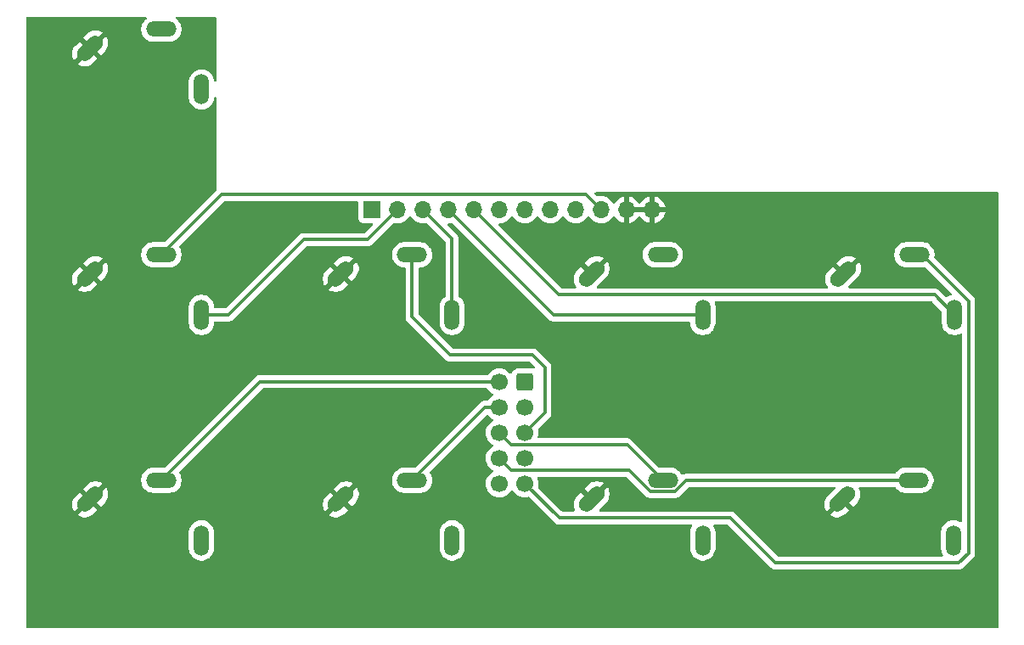
<source format=gbl>
G04 #@! TF.GenerationSoftware,KiCad,Pcbnew,8.0.3*
G04 #@! TF.CreationDate,2024-09-16T17:57:27+02:00*
G04 #@! TF.ProjectId,DMH_VCO_40106_PCB_Connectors,444d485f-5643-44f5-9f34-303130365f50,1*
G04 #@! TF.SameCoordinates,Original*
G04 #@! TF.FileFunction,Copper,L2,Bot*
G04 #@! TF.FilePolarity,Positive*
%FSLAX46Y46*%
G04 Gerber Fmt 4.6, Leading zero omitted, Abs format (unit mm)*
G04 Created by KiCad (PCBNEW 8.0.3) date 2024-09-16 17:57:27*
%MOMM*%
%LPD*%
G01*
G04 APERTURE LIST*
G04 Aperture macros list*
%AMRoundRect*
0 Rectangle with rounded corners*
0 $1 Rounding radius*
0 $2 $3 $4 $5 $6 $7 $8 $9 X,Y pos of 4 corners*
0 Add a 4 corners polygon primitive as box body*
4,1,4,$2,$3,$4,$5,$6,$7,$8,$9,$2,$3,0*
0 Add four circle primitives for the rounded corners*
1,1,$1+$1,$2,$3*
1,1,$1+$1,$4,$5*
1,1,$1+$1,$6,$7*
1,1,$1+$1,$8,$9*
0 Add four rect primitives between the rounded corners*
20,1,$1+$1,$2,$3,$4,$5,0*
20,1,$1+$1,$4,$5,$6,$7,0*
20,1,$1+$1,$6,$7,$8,$9,0*
20,1,$1+$1,$8,$9,$2,$3,0*%
%AMHorizOval*
0 Thick line with rounded ends*
0 $1 width*
0 $2 $3 position (X,Y) of the first rounded end (center of the circle)*
0 $4 $5 position (X,Y) of the second rounded end (center of the circle)*
0 Add line between two ends*
20,1,$1,$2,$3,$4,$5,0*
0 Add two circle primitives to create the rounded ends*
1,1,$1,$2,$3*
1,1,$1,$4,$5*%
G04 Aperture macros list end*
G04 #@! TA.AperFunction,ComponentPad*
%ADD10HorizOval,1.508000X-0.533159X-0.533159X0.533159X0.533159X0*%
G04 #@! TD*
G04 #@! TA.AperFunction,ComponentPad*
%ADD11O,1.508000X3.016000*%
G04 #@! TD*
G04 #@! TA.AperFunction,ComponentPad*
%ADD12O,3.016000X1.508000*%
G04 #@! TD*
G04 #@! TA.AperFunction,ComponentPad*
%ADD13R,1.700000X1.700000*%
G04 #@! TD*
G04 #@! TA.AperFunction,ComponentPad*
%ADD14O,1.700000X1.700000*%
G04 #@! TD*
G04 #@! TA.AperFunction,ComponentPad*
%ADD15RoundRect,0.250000X0.600000X0.600000X-0.600000X0.600000X-0.600000X-0.600000X0.600000X-0.600000X0*%
G04 #@! TD*
G04 #@! TA.AperFunction,ComponentPad*
%ADD16C,1.700000*%
G04 #@! TD*
G04 #@! TA.AperFunction,Conductor*
%ADD17C,0.300000*%
G04 #@! TD*
G04 APERTURE END LIST*
D10*
X132903810Y-224153810D03*
D11*
X144000000Y-228250000D03*
D12*
X140000000Y-222250000D03*
D10*
X82903810Y-224153810D03*
D11*
X94000000Y-228250000D03*
D12*
X90000000Y-222250000D03*
D10*
X57903810Y-179153810D03*
D11*
X69000000Y-183250000D03*
D12*
X65000000Y-177250000D03*
D10*
X57903810Y-201653810D03*
D11*
X69000000Y-205750000D03*
D12*
X65000000Y-199750000D03*
D10*
X133000000Y-201653810D03*
D11*
X144096190Y-205750000D03*
D12*
X140096190Y-199750000D03*
D10*
X82903810Y-201653810D03*
D11*
X94000000Y-205750000D03*
D12*
X90000000Y-199750000D03*
D10*
X107903810Y-224153810D03*
D11*
X119000000Y-228250000D03*
D12*
X115000000Y-222250000D03*
D10*
X107903810Y-201653810D03*
D11*
X119000000Y-205750000D03*
D12*
X115000000Y-199750000D03*
D10*
X57903810Y-224153810D03*
D11*
X69000000Y-228250000D03*
D12*
X65000000Y-222250000D03*
D13*
X86010000Y-195250000D03*
D14*
X88550000Y-195250000D03*
X91090000Y-195250000D03*
X93630000Y-195250000D03*
X96170000Y-195250000D03*
X98710000Y-195250000D03*
X101250000Y-195250000D03*
X103790000Y-195250000D03*
X106330000Y-195250000D03*
X108870000Y-195250000D03*
X111410000Y-195250000D03*
X113950000Y-195250000D03*
D15*
X101252500Y-212420000D03*
D16*
X101252500Y-214960000D03*
X101252500Y-217500000D03*
X101252500Y-220040000D03*
X101252500Y-222580000D03*
X98712500Y-212420000D03*
X98712500Y-214960000D03*
X98712500Y-217500000D03*
X98712500Y-220040000D03*
X98712500Y-222580000D03*
D17*
X71000000Y-193750000D02*
X107370000Y-193750000D01*
X65000000Y-199750000D02*
X71000000Y-193750000D01*
X107370000Y-193750000D02*
X108870000Y-195250000D01*
X90000000Y-199750000D02*
X90000000Y-205940408D01*
X90000000Y-205940408D02*
X93809592Y-209750000D01*
X93809592Y-209750000D02*
X102000000Y-209750000D01*
X103250000Y-215502500D02*
X101252500Y-217500000D01*
X103250000Y-211000000D02*
X103250000Y-215502500D01*
X102000000Y-209750000D02*
X103250000Y-211000000D01*
X145500000Y-204399810D02*
X145500000Y-229500000D01*
X126250000Y-230500000D02*
X121750000Y-226000000D01*
X140850190Y-199750000D02*
X145500000Y-204399810D01*
X144500000Y-230500000D02*
X126250000Y-230500000D01*
X104672500Y-226000000D02*
X101252500Y-222580000D01*
X145500000Y-229500000D02*
X144500000Y-230500000D01*
X121750000Y-226000000D02*
X104672500Y-226000000D01*
X140096190Y-199750000D02*
X140850190Y-199750000D01*
X74830000Y-212420000D02*
X98712500Y-212420000D01*
X65000000Y-222250000D02*
X74830000Y-212420000D01*
X97290000Y-214960000D02*
X90000000Y-222250000D01*
X98712500Y-214960000D02*
X97290000Y-214960000D01*
X99912500Y-218700000D02*
X98712500Y-217500000D01*
X111450000Y-218700000D02*
X99912500Y-218700000D01*
X115000000Y-222250000D02*
X111450000Y-218700000D01*
X113788708Y-223354000D02*
X111674708Y-221240000D01*
X116211292Y-223354000D02*
X113788708Y-223354000D01*
X111674708Y-221240000D02*
X99912500Y-221240000D01*
X99912500Y-221240000D02*
X98712500Y-220040000D01*
X140000000Y-222250000D02*
X117315292Y-222250000D01*
X117315292Y-222250000D02*
X116211292Y-223354000D01*
X91090000Y-195250000D02*
X94000000Y-198160000D01*
X94000000Y-198160000D02*
X94000000Y-205750000D01*
X104130000Y-205750000D02*
X93630000Y-195250000D01*
X119000000Y-205750000D02*
X104130000Y-205750000D01*
X144096190Y-205750000D02*
X142096190Y-203750000D01*
X104670000Y-203750000D02*
X96170000Y-195250000D01*
X142096190Y-203750000D02*
X104670000Y-203750000D01*
X88550000Y-195250000D02*
X85550000Y-198250000D01*
X71690000Y-205750000D02*
X69000000Y-205750000D01*
X85550000Y-198250000D02*
X79190000Y-198250000D01*
X79190000Y-198250000D02*
X71690000Y-205750000D01*
G04 #@! TA.AperFunction,Conductor*
G36*
X63516913Y-176020185D02*
G01*
X63562668Y-176072989D01*
X63572612Y-176142147D01*
X63543587Y-176205703D01*
X63522761Y-176224816D01*
X63486182Y-176251392D01*
X63428747Y-176293121D01*
X63289115Y-176432753D01*
X63173058Y-176592495D01*
X63083408Y-176768441D01*
X63022389Y-176956236D01*
X62991500Y-177151263D01*
X62991500Y-177348736D01*
X63022389Y-177543763D01*
X63061508Y-177664156D01*
X63083409Y-177731561D01*
X63173056Y-177907501D01*
X63173058Y-177907504D01*
X63289115Y-178067246D01*
X63428753Y-178206884D01*
X63578234Y-178315486D01*
X63588499Y-178322944D01*
X63764439Y-178412591D01*
X63860719Y-178443874D01*
X63952236Y-178473610D01*
X64147264Y-178504500D01*
X64147269Y-178504500D01*
X65852736Y-178504500D01*
X66047763Y-178473610D01*
X66235561Y-178412591D01*
X66411501Y-178322944D01*
X66501192Y-178257779D01*
X66571246Y-178206884D01*
X66571248Y-178206881D01*
X66571252Y-178206879D01*
X66710879Y-178067252D01*
X66710881Y-178067248D01*
X66710884Y-178067246D01*
X66761779Y-177997192D01*
X66826944Y-177907501D01*
X66916591Y-177731561D01*
X66977610Y-177543763D01*
X66991111Y-177458520D01*
X67008500Y-177348736D01*
X67008500Y-177151263D01*
X66977610Y-176956236D01*
X66957270Y-176893637D01*
X66916591Y-176768439D01*
X66826944Y-176592499D01*
X66819486Y-176582234D01*
X66710884Y-176432753D01*
X66571252Y-176293121D01*
X66477240Y-176224817D01*
X66434575Y-176169489D01*
X66428596Y-176099876D01*
X66461201Y-176038080D01*
X66522040Y-176003723D01*
X66550126Y-176000500D01*
X70375500Y-176000500D01*
X70442539Y-176020185D01*
X70488294Y-176072989D01*
X70499500Y-176124500D01*
X70499500Y-182368565D01*
X70479815Y-182435604D01*
X70427011Y-182481359D01*
X70357853Y-182491303D01*
X70294297Y-182462278D01*
X70256523Y-182403500D01*
X70253027Y-182387963D01*
X70223610Y-182202236D01*
X70203270Y-182139637D01*
X70162591Y-182014439D01*
X70072944Y-181838499D01*
X70065486Y-181828234D01*
X69956884Y-181678753D01*
X69817246Y-181539115D01*
X69657504Y-181423058D01*
X69657503Y-181423057D01*
X69657501Y-181423056D01*
X69481561Y-181333409D01*
X69481558Y-181333408D01*
X69293763Y-181272389D01*
X69098736Y-181241500D01*
X69098731Y-181241500D01*
X68901269Y-181241500D01*
X68901264Y-181241500D01*
X68706236Y-181272389D01*
X68518441Y-181333408D01*
X68342495Y-181423058D01*
X68182753Y-181539115D01*
X68043115Y-181678753D01*
X67927058Y-181838495D01*
X67837408Y-182014441D01*
X67776389Y-182202236D01*
X67745500Y-182397263D01*
X67745500Y-184102736D01*
X67776389Y-184297763D01*
X67837408Y-184485558D01*
X67837409Y-184485561D01*
X67927056Y-184661501D01*
X67927058Y-184661504D01*
X68043115Y-184821246D01*
X68182753Y-184960884D01*
X68332234Y-185069486D01*
X68342499Y-185076944D01*
X68518439Y-185166591D01*
X68643637Y-185207270D01*
X68706236Y-185227610D01*
X68901264Y-185258500D01*
X68901269Y-185258500D01*
X69098736Y-185258500D01*
X69293763Y-185227610D01*
X69481561Y-185166591D01*
X69657501Y-185076944D01*
X69747192Y-185011779D01*
X69817246Y-184960884D01*
X69817248Y-184960881D01*
X69817252Y-184960879D01*
X69956879Y-184821252D01*
X69956881Y-184821248D01*
X69956884Y-184821246D01*
X70007779Y-184751192D01*
X70072944Y-184661501D01*
X70162591Y-184485561D01*
X70223610Y-184297763D01*
X70253027Y-184112036D01*
X70282956Y-184048901D01*
X70342268Y-184011970D01*
X70412131Y-184012968D01*
X70470363Y-184051578D01*
X70498477Y-184115542D01*
X70499500Y-184131434D01*
X70499500Y-193065891D01*
X70535712Y-193201037D01*
X70533433Y-193201647D01*
X70539614Y-193259120D01*
X70508340Y-193321600D01*
X70505265Y-193324787D01*
X65370873Y-198459181D01*
X65309550Y-198492666D01*
X65283192Y-198495500D01*
X64147264Y-198495500D01*
X63952236Y-198526389D01*
X63764441Y-198587408D01*
X63588495Y-198677058D01*
X63428753Y-198793115D01*
X63289115Y-198932753D01*
X63173058Y-199092495D01*
X63083408Y-199268441D01*
X63022389Y-199456236D01*
X62991500Y-199651263D01*
X62991500Y-199848736D01*
X63022389Y-200043763D01*
X63061508Y-200164156D01*
X63083409Y-200231561D01*
X63173056Y-200407501D01*
X63173058Y-200407504D01*
X63289115Y-200567246D01*
X63428753Y-200706884D01*
X63578234Y-200815486D01*
X63588499Y-200822944D01*
X63764439Y-200912591D01*
X63860719Y-200943874D01*
X63952236Y-200973610D01*
X64147264Y-201004500D01*
X64147269Y-201004500D01*
X65852736Y-201004500D01*
X66047763Y-200973610D01*
X66055239Y-200971181D01*
X66235561Y-200912591D01*
X66411501Y-200822944D01*
X66501192Y-200757779D01*
X66571246Y-200706884D01*
X66571248Y-200706881D01*
X66571252Y-200706879D01*
X66710879Y-200567252D01*
X66710881Y-200567248D01*
X66710884Y-200567246D01*
X66761779Y-200497192D01*
X66826944Y-200407501D01*
X66916591Y-200231561D01*
X66977610Y-200043763D01*
X66991111Y-199958520D01*
X67008500Y-199848736D01*
X67008500Y-199651263D01*
X66977610Y-199456236D01*
X66957270Y-199393637D01*
X66916591Y-199268439D01*
X66826944Y-199092499D01*
X66784203Y-199033670D01*
X66760723Y-198967864D01*
X66776549Y-198899810D01*
X66796836Y-198873108D01*
X71233127Y-194436819D01*
X71294450Y-194403334D01*
X71320808Y-194400500D01*
X84535500Y-194400500D01*
X84602539Y-194420185D01*
X84648294Y-194472989D01*
X84659500Y-194524500D01*
X84659500Y-196147870D01*
X84659501Y-196147876D01*
X84665908Y-196207483D01*
X84716202Y-196342328D01*
X84716206Y-196342335D01*
X84802452Y-196457544D01*
X84802455Y-196457547D01*
X84917664Y-196543793D01*
X84917671Y-196543797D01*
X85052517Y-196594091D01*
X85052516Y-196594091D01*
X85059444Y-196594835D01*
X85112127Y-196600500D01*
X85980191Y-196600499D01*
X86047230Y-196620183D01*
X86092985Y-196672987D01*
X86102929Y-196742146D01*
X86073904Y-196805702D01*
X86067872Y-196812180D01*
X85316873Y-197563181D01*
X85255550Y-197596666D01*
X85229192Y-197599500D01*
X79125929Y-197599500D01*
X79000261Y-197624497D01*
X79000255Y-197624499D01*
X78927287Y-197654724D01*
X78881877Y-197673533D01*
X78881869Y-197673537D01*
X78775326Y-197744726D01*
X78775325Y-197744727D01*
X71456873Y-205063181D01*
X71395550Y-205096666D01*
X71369192Y-205099500D01*
X70378500Y-205099500D01*
X70311461Y-205079815D01*
X70265706Y-205027011D01*
X70254500Y-204975500D01*
X70254500Y-204897263D01*
X70223610Y-204702236D01*
X70178310Y-204562818D01*
X70162591Y-204514439D01*
X70072944Y-204338499D01*
X70064200Y-204326464D01*
X69956884Y-204178753D01*
X69817246Y-204039115D01*
X69657504Y-203923058D01*
X69657503Y-203923057D01*
X69657501Y-203923056D01*
X69481561Y-203833409D01*
X69481558Y-203833408D01*
X69293763Y-203772389D01*
X69098736Y-203741500D01*
X69098731Y-203741500D01*
X68901269Y-203741500D01*
X68901264Y-203741500D01*
X68706236Y-203772389D01*
X68518441Y-203833408D01*
X68342495Y-203923058D01*
X68182753Y-204039115D01*
X68043115Y-204178753D01*
X67927058Y-204338495D01*
X67837408Y-204514441D01*
X67776389Y-204702236D01*
X67745500Y-204897263D01*
X67745500Y-206602736D01*
X67776389Y-206797763D01*
X67837408Y-206985558D01*
X67837409Y-206985561D01*
X67927056Y-207161501D01*
X67927058Y-207161504D01*
X68043115Y-207321246D01*
X68182753Y-207460884D01*
X68332234Y-207569486D01*
X68342499Y-207576944D01*
X68518439Y-207666591D01*
X68643637Y-207707270D01*
X68706236Y-207727610D01*
X68901264Y-207758500D01*
X68901269Y-207758500D01*
X69098736Y-207758500D01*
X69293763Y-207727610D01*
X69481561Y-207666591D01*
X69657501Y-207576944D01*
X69753310Y-207507335D01*
X69817246Y-207460884D01*
X69817248Y-207460881D01*
X69817252Y-207460879D01*
X69956879Y-207321252D01*
X69956881Y-207321248D01*
X69956884Y-207321246D01*
X70007779Y-207251192D01*
X70072944Y-207161501D01*
X70162591Y-206985561D01*
X70223610Y-206797763D01*
X70254500Y-206602736D01*
X70254500Y-206524500D01*
X70274185Y-206457461D01*
X70326989Y-206411706D01*
X70378500Y-206400500D01*
X71754071Y-206400500D01*
X71838615Y-206383682D01*
X71879744Y-206375501D01*
X71998127Y-206326465D01*
X72104669Y-206255277D01*
X76271669Y-202088277D01*
X81116651Y-202088277D01*
X81116651Y-202285660D01*
X81147529Y-202480616D01*
X81208521Y-202668335D01*
X81208522Y-202668338D01*
X81298134Y-202844210D01*
X81324106Y-202879958D01*
X81324107Y-202879958D01*
X81890517Y-202313548D01*
X81907555Y-202377132D01*
X81973381Y-202491147D01*
X82066473Y-202584239D01*
X82180488Y-202650065D01*
X82244069Y-202667101D01*
X81677660Y-203233510D01*
X81677660Y-203233511D01*
X81713415Y-203259488D01*
X81889281Y-203349097D01*
X81889284Y-203349098D01*
X82077003Y-203410090D01*
X82271960Y-203440969D01*
X82469342Y-203440969D01*
X82664298Y-203410090D01*
X82852017Y-203349098D01*
X82852020Y-203349097D01*
X83027890Y-203259486D01*
X83187578Y-203143464D01*
X83187579Y-203143464D01*
X83613745Y-202717298D01*
X83613745Y-202717297D01*
X83080586Y-202184139D01*
X83434139Y-201830586D01*
X83967298Y-202363745D01*
X84393463Y-201937579D01*
X84393463Y-201937578D01*
X84509485Y-201777889D01*
X84509489Y-201777883D01*
X84599097Y-201602021D01*
X84599099Y-201602015D01*
X84660090Y-201414300D01*
X84690969Y-201219343D01*
X84690969Y-201021959D01*
X84660090Y-200827003D01*
X84599098Y-200639284D01*
X84599097Y-200639281D01*
X84509489Y-200463419D01*
X84509481Y-200463406D01*
X84483511Y-200427661D01*
X84483510Y-200427660D01*
X83917102Y-200994068D01*
X83900066Y-200930488D01*
X83834240Y-200816472D01*
X83741148Y-200723380D01*
X83627132Y-200657554D01*
X83563549Y-200640517D01*
X84129958Y-200074108D01*
X84094208Y-200048134D01*
X83918338Y-199958522D01*
X83918335Y-199958521D01*
X83730616Y-199897529D01*
X83535660Y-199866651D01*
X83338277Y-199866651D01*
X83143319Y-199897529D01*
X82955604Y-199958520D01*
X82955598Y-199958522D01*
X82779736Y-200048130D01*
X82779730Y-200048134D01*
X82620041Y-200164156D01*
X82620039Y-200164157D01*
X82193875Y-200590320D01*
X82193875Y-200590321D01*
X82727033Y-201123479D01*
X82373480Y-201477033D01*
X81840321Y-200943874D01*
X81840320Y-200943874D01*
X81414156Y-201370039D01*
X81414155Y-201370041D01*
X81298133Y-201529729D01*
X81208522Y-201705599D01*
X81208521Y-201705602D01*
X81147529Y-201893321D01*
X81116651Y-202088277D01*
X76271669Y-202088277D01*
X79423127Y-198936819D01*
X79484450Y-198903334D01*
X79510808Y-198900500D01*
X85614071Y-198900500D01*
X85698615Y-198883682D01*
X85739744Y-198875501D01*
X85858127Y-198826465D01*
X85882022Y-198810499D01*
X85964669Y-198755277D01*
X88122238Y-196597706D01*
X88183559Y-196564223D01*
X88242006Y-196565613D01*
X88314592Y-196585063D01*
X88491034Y-196600500D01*
X88549999Y-196605659D01*
X88550000Y-196605659D01*
X88550001Y-196605659D01*
X88608966Y-196600500D01*
X88785408Y-196585063D01*
X89013663Y-196523903D01*
X89227830Y-196424035D01*
X89421401Y-196288495D01*
X89588495Y-196121401D01*
X89718425Y-195935842D01*
X89773002Y-195892217D01*
X89842500Y-195885023D01*
X89904855Y-195916546D01*
X89921575Y-195935842D01*
X90051281Y-196121082D01*
X90051505Y-196121401D01*
X90218599Y-196288495D01*
X90315384Y-196356265D01*
X90412165Y-196424032D01*
X90412167Y-196424033D01*
X90412170Y-196424035D01*
X90626337Y-196523903D01*
X90854592Y-196585063D01*
X91031034Y-196600500D01*
X91089999Y-196605659D01*
X91090000Y-196605659D01*
X91090001Y-196605659D01*
X91148966Y-196600500D01*
X91325408Y-196585063D01*
X91397989Y-196565615D01*
X91467839Y-196567278D01*
X91517763Y-196597709D01*
X93313181Y-198393127D01*
X93346666Y-198454450D01*
X93349500Y-198480808D01*
X93349500Y-203854788D01*
X93329815Y-203921827D01*
X93298386Y-203955105D01*
X93283671Y-203965797D01*
X93182747Y-204039121D01*
X93043115Y-204178753D01*
X92927058Y-204338495D01*
X92837408Y-204514441D01*
X92776389Y-204702236D01*
X92745500Y-204897263D01*
X92745500Y-206602736D01*
X92776389Y-206797763D01*
X92837408Y-206985558D01*
X92837409Y-206985561D01*
X92927056Y-207161501D01*
X92927058Y-207161504D01*
X93043115Y-207321246D01*
X93182753Y-207460884D01*
X93332234Y-207569486D01*
X93342499Y-207576944D01*
X93518439Y-207666591D01*
X93643637Y-207707270D01*
X93706236Y-207727610D01*
X93901264Y-207758500D01*
X93901269Y-207758500D01*
X94098736Y-207758500D01*
X94293763Y-207727610D01*
X94481561Y-207666591D01*
X94657501Y-207576944D01*
X94753310Y-207507335D01*
X94817246Y-207460884D01*
X94817248Y-207460881D01*
X94817252Y-207460879D01*
X94956879Y-207321252D01*
X94956881Y-207321248D01*
X94956884Y-207321246D01*
X95007779Y-207251192D01*
X95072944Y-207161501D01*
X95162591Y-206985561D01*
X95223610Y-206797763D01*
X95254500Y-206602736D01*
X95254500Y-204897263D01*
X95223610Y-204702236D01*
X95178310Y-204562818D01*
X95162591Y-204514439D01*
X95072944Y-204338499D01*
X95064200Y-204326464D01*
X94956884Y-204178753D01*
X94817252Y-204039121D01*
X94742958Y-203985144D01*
X94701614Y-203955105D01*
X94658949Y-203899777D01*
X94650500Y-203854788D01*
X94650500Y-198095928D01*
X94625502Y-197970261D01*
X94625501Y-197970260D01*
X94625501Y-197970256D01*
X94576465Y-197851873D01*
X94565413Y-197835333D01*
X94565412Y-197835330D01*
X94505277Y-197745331D01*
X94505271Y-197745324D01*
X93574908Y-196814962D01*
X93541423Y-196753639D01*
X93546407Y-196683948D01*
X93588279Y-196628014D01*
X93651781Y-196603753D01*
X93865408Y-196585063D01*
X93937989Y-196565615D01*
X94007839Y-196567278D01*
X94057763Y-196597709D01*
X103715324Y-206255271D01*
X103715331Y-206255277D01*
X103821871Y-206326464D01*
X103821870Y-206326464D01*
X103856544Y-206340826D01*
X103940256Y-206375501D01*
X103940260Y-206375501D01*
X103940261Y-206375502D01*
X104065928Y-206400500D01*
X104065931Y-206400500D01*
X117621500Y-206400500D01*
X117688539Y-206420185D01*
X117734294Y-206472989D01*
X117745500Y-206524500D01*
X117745500Y-206602736D01*
X117776389Y-206797763D01*
X117837408Y-206985558D01*
X117837409Y-206985561D01*
X117927056Y-207161501D01*
X117927058Y-207161504D01*
X118043115Y-207321246D01*
X118182753Y-207460884D01*
X118332234Y-207569486D01*
X118342499Y-207576944D01*
X118518439Y-207666591D01*
X118643637Y-207707270D01*
X118706236Y-207727610D01*
X118901264Y-207758500D01*
X118901269Y-207758500D01*
X119098736Y-207758500D01*
X119293763Y-207727610D01*
X119481561Y-207666591D01*
X119657501Y-207576944D01*
X119753310Y-207507335D01*
X119817246Y-207460884D01*
X119817248Y-207460881D01*
X119817252Y-207460879D01*
X119956879Y-207321252D01*
X119956881Y-207321248D01*
X119956884Y-207321246D01*
X120007779Y-207251192D01*
X120072944Y-207161501D01*
X120162591Y-206985561D01*
X120223610Y-206797763D01*
X120254500Y-206602736D01*
X120254500Y-204897263D01*
X120223610Y-204702236D01*
X120178310Y-204562818D01*
X120176315Y-204492977D01*
X120212395Y-204433144D01*
X120275096Y-204402316D01*
X120296241Y-204400500D01*
X141775382Y-204400500D01*
X141842421Y-204420185D01*
X141863063Y-204436819D01*
X142805371Y-205379126D01*
X142838856Y-205440449D01*
X142841690Y-205466807D01*
X142841690Y-206602736D01*
X142872579Y-206797763D01*
X142933598Y-206985558D01*
X142933599Y-206985561D01*
X143023246Y-207161501D01*
X143023248Y-207161504D01*
X143139305Y-207321246D01*
X143278943Y-207460884D01*
X143428424Y-207569486D01*
X143438689Y-207576944D01*
X143614629Y-207666591D01*
X143739827Y-207707270D01*
X143802426Y-207727610D01*
X143997454Y-207758500D01*
X143997459Y-207758500D01*
X144194926Y-207758500D01*
X144389953Y-207727610D01*
X144577751Y-207666591D01*
X144669206Y-207619991D01*
X144737873Y-207607095D01*
X144802614Y-207633371D01*
X144842871Y-207690477D01*
X144849500Y-207730476D01*
X144849500Y-226319294D01*
X144829815Y-226386333D01*
X144777011Y-226432088D01*
X144707853Y-226442032D01*
X144660721Y-226425028D01*
X144657509Y-226423060D01*
X144585429Y-226386333D01*
X144481561Y-226333409D01*
X144481558Y-226333408D01*
X144293763Y-226272389D01*
X144098736Y-226241500D01*
X144098731Y-226241500D01*
X143901269Y-226241500D01*
X143901264Y-226241500D01*
X143706236Y-226272389D01*
X143518441Y-226333408D01*
X143342495Y-226423058D01*
X143182753Y-226539115D01*
X143043115Y-226678753D01*
X142927058Y-226838495D01*
X142837408Y-227014441D01*
X142776389Y-227202236D01*
X142745500Y-227397263D01*
X142745500Y-229102736D01*
X142776389Y-229297763D01*
X142821283Y-229435931D01*
X142837409Y-229485561D01*
X142927056Y-229661501D01*
X142929268Y-229665842D01*
X142928116Y-229666428D01*
X142944816Y-229728152D01*
X142923702Y-229794755D01*
X142869931Y-229839370D01*
X142820844Y-229849500D01*
X126570808Y-229849500D01*
X126503769Y-229829815D01*
X126483127Y-229813181D01*
X122164674Y-225494727D01*
X122164673Y-225494726D01*
X122164669Y-225494723D01*
X122058127Y-225423535D01*
X121939744Y-225374499D01*
X121939738Y-225374497D01*
X121814071Y-225349500D01*
X121814069Y-225349500D01*
X108780906Y-225349500D01*
X108713867Y-225329815D01*
X108668112Y-225277011D01*
X108658168Y-225207853D01*
X108687193Y-225144297D01*
X108693225Y-225137819D01*
X109393463Y-224437579D01*
X109393463Y-224437578D01*
X109509485Y-224277889D01*
X109509489Y-224277883D01*
X109599097Y-224102021D01*
X109599099Y-224102015D01*
X109660090Y-223914300D01*
X109690969Y-223719343D01*
X109690969Y-223521959D01*
X109660090Y-223327003D01*
X109599098Y-223139284D01*
X109599097Y-223139281D01*
X109509489Y-222963419D01*
X109509481Y-222963406D01*
X109483511Y-222927661D01*
X109483510Y-222927660D01*
X108917102Y-223494068D01*
X108900066Y-223430488D01*
X108834240Y-223316472D01*
X108741148Y-223223380D01*
X108627132Y-223157554D01*
X108563549Y-223140517D01*
X109129958Y-222574108D01*
X109094208Y-222548134D01*
X108918338Y-222458522D01*
X108918335Y-222458521D01*
X108730616Y-222397529D01*
X108535660Y-222366651D01*
X108338277Y-222366651D01*
X108143319Y-222397529D01*
X107955604Y-222458520D01*
X107955598Y-222458522D01*
X107779736Y-222548130D01*
X107779730Y-222548134D01*
X107620041Y-222664156D01*
X107620039Y-222664157D01*
X107193875Y-223090320D01*
X107193875Y-223090321D01*
X107727033Y-223623479D01*
X107373480Y-223977033D01*
X106840321Y-223443874D01*
X106840320Y-223443874D01*
X106414156Y-223870039D01*
X106414155Y-223870041D01*
X106298133Y-224029729D01*
X106208522Y-224205599D01*
X106208521Y-224205602D01*
X106147529Y-224393321D01*
X106116651Y-224588277D01*
X106116651Y-224785660D01*
X106147529Y-224980616D01*
X106208521Y-225168335D01*
X106208525Y-225168344D01*
X106208961Y-225169199D01*
X106209028Y-225169559D01*
X106210388Y-225172841D01*
X106209698Y-225173126D01*
X106221862Y-225237867D01*
X106195589Y-225302609D01*
X106138485Y-225342869D01*
X106098480Y-225349500D01*
X104993308Y-225349500D01*
X104926269Y-225329815D01*
X104905627Y-225313181D01*
X102600209Y-223007763D01*
X102566724Y-222946440D01*
X102568115Y-222887989D01*
X102569045Y-222884517D01*
X102587563Y-222815408D01*
X102608159Y-222580000D01*
X102587563Y-222344592D01*
X102526403Y-222116337D01*
X102503351Y-222066904D01*
X102492860Y-221997828D01*
X102521379Y-221934044D01*
X102579856Y-221895804D01*
X102615734Y-221890500D01*
X111353900Y-221890500D01*
X111420939Y-221910185D01*
X111441581Y-221926819D01*
X113374032Y-223859271D01*
X113374035Y-223859274D01*
X113457531Y-223915064D01*
X113457530Y-223915064D01*
X113474837Y-223926627D01*
X113480581Y-223930465D01*
X113598964Y-223979501D01*
X113598968Y-223979501D01*
X113598969Y-223979502D01*
X113724636Y-224004500D01*
X113724639Y-224004500D01*
X116275363Y-224004500D01*
X116359907Y-223987682D01*
X116401036Y-223979501D01*
X116519419Y-223930465D01*
X116542470Y-223915063D01*
X116625961Y-223859277D01*
X117548419Y-222936819D01*
X117609742Y-222903334D01*
X117636100Y-222900500D01*
X132084335Y-222900500D01*
X132151374Y-222920185D01*
X132197129Y-222972989D01*
X132207073Y-223042147D01*
X132178048Y-223105703D01*
X132172016Y-223112181D01*
X131414155Y-223870040D01*
X131414155Y-223870041D01*
X131298133Y-224029729D01*
X131208522Y-224205599D01*
X131208521Y-224205602D01*
X131147529Y-224393321D01*
X131116651Y-224588277D01*
X131116651Y-224785660D01*
X131147529Y-224980616D01*
X131208521Y-225168335D01*
X131208522Y-225168338D01*
X131298134Y-225344210D01*
X131324106Y-225379958D01*
X131324107Y-225379958D01*
X131890517Y-224813547D01*
X131907555Y-224877132D01*
X131973381Y-224991147D01*
X132066473Y-225084239D01*
X132180488Y-225150065D01*
X132244069Y-225167101D01*
X131677660Y-225733511D01*
X131713415Y-225759488D01*
X131889281Y-225849097D01*
X131889284Y-225849098D01*
X132077003Y-225910090D01*
X132271960Y-225940969D01*
X132469342Y-225940969D01*
X132664298Y-225910090D01*
X132852017Y-225849098D01*
X132852020Y-225849097D01*
X133027890Y-225759486D01*
X133187578Y-225643464D01*
X133187579Y-225643464D01*
X133613745Y-225217298D01*
X133613745Y-225217297D01*
X133080586Y-224684139D01*
X133434139Y-224330586D01*
X133967298Y-224863745D01*
X134393463Y-224437579D01*
X134393463Y-224437578D01*
X134509485Y-224277889D01*
X134509489Y-224277883D01*
X134599097Y-224102021D01*
X134599099Y-224102015D01*
X134660090Y-223914300D01*
X134690969Y-223719343D01*
X134690969Y-223521959D01*
X134660090Y-223327003D01*
X134599098Y-223139284D01*
X134599095Y-223139276D01*
X134569297Y-223080796D01*
X134556400Y-223012126D01*
X134582676Y-222947386D01*
X134639782Y-222907128D01*
X134679781Y-222900500D01*
X138104788Y-222900500D01*
X138171827Y-222920185D01*
X138205105Y-222951613D01*
X138278063Y-223052032D01*
X138289121Y-223067252D01*
X138428753Y-223206884D01*
X138578234Y-223315486D01*
X138588499Y-223322944D01*
X138764439Y-223412591D01*
X138883888Y-223451402D01*
X138952236Y-223473610D01*
X139147264Y-223504500D01*
X139147269Y-223504500D01*
X140852736Y-223504500D01*
X141047763Y-223473610D01*
X141235561Y-223412591D01*
X141411501Y-223322944D01*
X141516655Y-223246546D01*
X141571246Y-223206884D01*
X141571248Y-223206881D01*
X141571252Y-223206879D01*
X141710879Y-223067252D01*
X141710881Y-223067248D01*
X141710884Y-223067246D01*
X141761779Y-222997192D01*
X141826944Y-222907501D01*
X141916591Y-222731561D01*
X141977610Y-222543763D01*
X141991111Y-222458520D01*
X142008500Y-222348736D01*
X142008500Y-222151263D01*
X141977610Y-221956236D01*
X141956251Y-221890500D01*
X141916591Y-221768439D01*
X141826944Y-221592499D01*
X141762733Y-221504119D01*
X141710884Y-221432753D01*
X141571246Y-221293115D01*
X141411504Y-221177058D01*
X141411503Y-221177057D01*
X141411501Y-221177056D01*
X141235561Y-221087409D01*
X141208136Y-221078498D01*
X141047763Y-221026389D01*
X140852736Y-220995500D01*
X140852731Y-220995500D01*
X139147269Y-220995500D01*
X139147264Y-220995500D01*
X138952236Y-221026389D01*
X138764441Y-221087408D01*
X138588495Y-221177058D01*
X138428753Y-221293115D01*
X138289121Y-221432747D01*
X138278046Y-221447991D01*
X138205105Y-221548385D01*
X138149777Y-221591051D01*
X138104788Y-221599500D01*
X117251221Y-221599500D01*
X117125553Y-221624497D01*
X117125547Y-221624499D01*
X117001538Y-221675866D01*
X117000806Y-221674099D01*
X116941084Y-221686528D01*
X116875843Y-221661522D01*
X116840561Y-221619224D01*
X116826944Y-221592499D01*
X116762733Y-221504119D01*
X116710884Y-221432753D01*
X116571246Y-221293115D01*
X116411504Y-221177058D01*
X116411503Y-221177057D01*
X116411501Y-221177056D01*
X116235561Y-221087409D01*
X116208136Y-221078498D01*
X116047763Y-221026389D01*
X115852736Y-220995500D01*
X115852731Y-220995500D01*
X114716807Y-220995500D01*
X114649768Y-220975815D01*
X114629126Y-220959181D01*
X111864674Y-218194727D01*
X111864673Y-218194726D01*
X111839386Y-218177830D01*
X111758127Y-218123535D01*
X111639744Y-218074499D01*
X111639738Y-218074497D01*
X111514071Y-218049500D01*
X111514069Y-218049500D01*
X102665003Y-218049500D01*
X102597964Y-218029815D01*
X102552209Y-217977011D01*
X102542265Y-217907853D01*
X102545228Y-217893407D01*
X102554695Y-217858072D01*
X102587563Y-217735408D01*
X102608159Y-217500000D01*
X102587563Y-217264592D01*
X102568114Y-217192007D01*
X102569777Y-217122162D01*
X102600206Y-217072238D01*
X103755277Y-215917169D01*
X103826466Y-215810626D01*
X103875501Y-215692243D01*
X103900500Y-215566569D01*
X103900500Y-215438431D01*
X103900500Y-210935931D01*
X103900500Y-210935928D01*
X103875502Y-210810261D01*
X103875501Y-210810260D01*
X103875501Y-210810256D01*
X103826465Y-210691873D01*
X103755277Y-210585331D01*
X103755275Y-210585329D01*
X103755273Y-210585326D01*
X102414673Y-209244726D01*
X102414669Y-209244723D01*
X102308127Y-209173535D01*
X102189744Y-209124499D01*
X102189738Y-209124497D01*
X102064071Y-209099500D01*
X102064069Y-209099500D01*
X94130400Y-209099500D01*
X94063361Y-209079815D01*
X94042719Y-209063181D01*
X90686819Y-205707281D01*
X90653334Y-205645958D01*
X90650500Y-205619600D01*
X90650500Y-201128500D01*
X90670185Y-201061461D01*
X90722989Y-201015706D01*
X90774500Y-201004500D01*
X90852736Y-201004500D01*
X91047763Y-200973610D01*
X91055239Y-200971181D01*
X91235561Y-200912591D01*
X91411501Y-200822944D01*
X91501192Y-200757779D01*
X91571246Y-200706884D01*
X91571248Y-200706881D01*
X91571252Y-200706879D01*
X91710879Y-200567252D01*
X91710881Y-200567248D01*
X91710884Y-200567246D01*
X91761779Y-200497192D01*
X91826944Y-200407501D01*
X91916591Y-200231561D01*
X91977610Y-200043763D01*
X91991111Y-199958520D01*
X92008500Y-199848736D01*
X92008500Y-199651263D01*
X91977610Y-199456236D01*
X91957270Y-199393637D01*
X91916591Y-199268439D01*
X91826944Y-199092499D01*
X91784203Y-199033670D01*
X91710884Y-198932753D01*
X91571246Y-198793115D01*
X91411504Y-198677058D01*
X91411503Y-198677057D01*
X91411501Y-198677056D01*
X91235561Y-198587409D01*
X91235558Y-198587408D01*
X91047763Y-198526389D01*
X90852736Y-198495500D01*
X90852731Y-198495500D01*
X89147269Y-198495500D01*
X89147264Y-198495500D01*
X88952236Y-198526389D01*
X88764441Y-198587408D01*
X88588495Y-198677058D01*
X88428753Y-198793115D01*
X88289115Y-198932753D01*
X88173058Y-199092495D01*
X88083408Y-199268441D01*
X88022389Y-199456236D01*
X87991500Y-199651263D01*
X87991500Y-199848736D01*
X88022389Y-200043763D01*
X88061508Y-200164156D01*
X88083409Y-200231561D01*
X88173056Y-200407501D01*
X88173058Y-200407504D01*
X88289115Y-200567246D01*
X88428753Y-200706884D01*
X88578234Y-200815486D01*
X88588499Y-200822944D01*
X88764439Y-200912591D01*
X88860719Y-200943874D01*
X88952236Y-200973610D01*
X89147264Y-201004500D01*
X89147269Y-201004500D01*
X89225500Y-201004500D01*
X89292539Y-201024185D01*
X89338294Y-201076989D01*
X89349500Y-201128500D01*
X89349500Y-206004477D01*
X89349500Y-206004479D01*
X89349499Y-206004479D01*
X89374497Y-206130146D01*
X89374499Y-206130152D01*
X89423535Y-206248535D01*
X89494723Y-206355077D01*
X89494726Y-206355081D01*
X93394920Y-210255275D01*
X93458791Y-210297952D01*
X93458790Y-210297952D01*
X93490831Y-210319360D01*
X93501465Y-210326465D01*
X93619848Y-210375501D01*
X93619852Y-210375501D01*
X93619853Y-210375502D01*
X93745520Y-210400500D01*
X93745523Y-210400500D01*
X101679192Y-210400500D01*
X101746231Y-210420185D01*
X101766873Y-210436819D01*
X102240691Y-210910637D01*
X102274176Y-210971960D01*
X102269192Y-211041652D01*
X102227320Y-211097585D01*
X102161856Y-211122002D01*
X102114007Y-211116024D01*
X102005297Y-211080001D01*
X102005295Y-211080000D01*
X101902510Y-211069500D01*
X100602498Y-211069500D01*
X100602481Y-211069501D01*
X100499703Y-211080000D01*
X100499700Y-211080001D01*
X100333168Y-211135185D01*
X100333163Y-211135187D01*
X100183842Y-211227289D01*
X100059789Y-211351342D01*
X99967687Y-211500663D01*
X99967683Y-211500673D01*
X99964835Y-211509268D01*
X99925060Y-211566711D01*
X99860544Y-211593531D01*
X99791768Y-211581214D01*
X99755017Y-211552233D01*
X99754824Y-211552427D01*
X99753182Y-211550785D01*
X99752142Y-211549965D01*
X99750994Y-211548597D01*
X99583902Y-211381506D01*
X99583895Y-211381501D01*
X99390334Y-211245967D01*
X99390330Y-211245965D01*
X99350277Y-211227288D01*
X99176163Y-211146097D01*
X99176159Y-211146096D01*
X99176155Y-211146094D01*
X98947913Y-211084938D01*
X98947903Y-211084936D01*
X98712501Y-211064341D01*
X98712499Y-211064341D01*
X98477096Y-211084936D01*
X98477086Y-211084938D01*
X98248844Y-211146094D01*
X98248835Y-211146098D01*
X98034671Y-211245964D01*
X98034669Y-211245965D01*
X97841097Y-211381505D01*
X97674006Y-211548596D01*
X97556354Y-211716623D01*
X97501777Y-211760248D01*
X97454779Y-211769500D01*
X74765929Y-211769500D01*
X74640261Y-211794497D01*
X74640255Y-211794499D01*
X74521870Y-211843535D01*
X74415331Y-211914722D01*
X74415324Y-211914728D01*
X65370873Y-220959181D01*
X65309550Y-220992666D01*
X65283192Y-220995500D01*
X64147264Y-220995500D01*
X63952236Y-221026389D01*
X63764441Y-221087408D01*
X63588495Y-221177058D01*
X63428753Y-221293115D01*
X63289115Y-221432753D01*
X63173058Y-221592495D01*
X63083408Y-221768441D01*
X63022389Y-221956236D01*
X62991500Y-222151263D01*
X62991500Y-222348736D01*
X63022389Y-222543763D01*
X63061508Y-222664156D01*
X63083409Y-222731561D01*
X63163114Y-222887989D01*
X63173058Y-222907504D01*
X63289115Y-223067246D01*
X63428753Y-223206884D01*
X63578234Y-223315486D01*
X63588499Y-223322944D01*
X63764439Y-223412591D01*
X63883888Y-223451402D01*
X63952236Y-223473610D01*
X64147264Y-223504500D01*
X64147269Y-223504500D01*
X65852736Y-223504500D01*
X66047763Y-223473610D01*
X66235561Y-223412591D01*
X66411501Y-223322944D01*
X66516655Y-223246546D01*
X66571246Y-223206884D01*
X66571248Y-223206881D01*
X66571252Y-223206879D01*
X66710879Y-223067252D01*
X66710881Y-223067248D01*
X66710884Y-223067246D01*
X66761779Y-222997192D01*
X66826944Y-222907501D01*
X66916591Y-222731561D01*
X66977610Y-222543763D01*
X66991111Y-222458520D01*
X67008500Y-222348736D01*
X67008500Y-222151263D01*
X66977610Y-221956236D01*
X66956251Y-221890500D01*
X66916591Y-221768439D01*
X66826944Y-221592499D01*
X66784203Y-221533670D01*
X66760723Y-221467864D01*
X66776549Y-221399810D01*
X66796836Y-221373108D01*
X75063127Y-213106819D01*
X75124450Y-213073334D01*
X75150808Y-213070500D01*
X97454778Y-213070500D01*
X97521817Y-213090185D01*
X97556353Y-213123377D01*
X97674001Y-213291396D01*
X97674006Y-213291402D01*
X97841097Y-213458493D01*
X97841103Y-213458498D01*
X98026658Y-213588425D01*
X98070283Y-213643002D01*
X98077477Y-213712500D01*
X98045954Y-213774855D01*
X98026658Y-213791575D01*
X97841097Y-213921505D01*
X97674006Y-214088596D01*
X97556354Y-214256623D01*
X97501777Y-214300248D01*
X97454779Y-214309500D01*
X97225929Y-214309500D01*
X97100261Y-214334497D01*
X97100255Y-214334499D01*
X96981874Y-214383534D01*
X96875326Y-214454726D01*
X96875325Y-214454727D01*
X90370873Y-220959181D01*
X90309550Y-220992666D01*
X90283192Y-220995500D01*
X89147264Y-220995500D01*
X88952236Y-221026389D01*
X88764441Y-221087408D01*
X88588495Y-221177058D01*
X88428753Y-221293115D01*
X88289115Y-221432753D01*
X88173058Y-221592495D01*
X88083408Y-221768441D01*
X88022389Y-221956236D01*
X87991500Y-222151263D01*
X87991500Y-222348736D01*
X88022389Y-222543763D01*
X88061508Y-222664156D01*
X88083409Y-222731561D01*
X88163114Y-222887989D01*
X88173058Y-222907504D01*
X88289115Y-223067246D01*
X88428753Y-223206884D01*
X88578234Y-223315486D01*
X88588499Y-223322944D01*
X88764439Y-223412591D01*
X88883888Y-223451402D01*
X88952236Y-223473610D01*
X89147264Y-223504500D01*
X89147269Y-223504500D01*
X90852736Y-223504500D01*
X91047763Y-223473610D01*
X91235561Y-223412591D01*
X91411501Y-223322944D01*
X91516655Y-223246546D01*
X91571246Y-223206884D01*
X91571248Y-223206881D01*
X91571252Y-223206879D01*
X91710879Y-223067252D01*
X91710881Y-223067248D01*
X91710884Y-223067246D01*
X91761779Y-222997192D01*
X91826944Y-222907501D01*
X91916591Y-222731561D01*
X91977610Y-222543763D01*
X91991111Y-222458520D01*
X92008500Y-222348736D01*
X92008500Y-222151263D01*
X91977610Y-221956236D01*
X91956251Y-221890500D01*
X91916591Y-221768439D01*
X91826944Y-221592499D01*
X91784203Y-221533670D01*
X91760723Y-221467864D01*
X91776549Y-221399810D01*
X91796836Y-221373108D01*
X97431357Y-215738587D01*
X97492678Y-215705104D01*
X97562370Y-215710088D01*
X97618303Y-215751960D01*
X97620611Y-215755147D01*
X97674001Y-215831396D01*
X97674006Y-215831402D01*
X97841097Y-215998493D01*
X97841103Y-215998498D01*
X98026658Y-216128425D01*
X98070283Y-216183002D01*
X98077477Y-216252500D01*
X98045954Y-216314855D01*
X98026658Y-216331575D01*
X97841097Y-216461505D01*
X97674005Y-216628597D01*
X97538465Y-216822169D01*
X97538464Y-216822171D01*
X97438598Y-217036335D01*
X97438594Y-217036344D01*
X97377438Y-217264586D01*
X97377436Y-217264596D01*
X97356841Y-217499999D01*
X97356841Y-217500000D01*
X97377436Y-217735403D01*
X97377438Y-217735413D01*
X97438594Y-217963655D01*
X97438596Y-217963659D01*
X97438597Y-217963663D01*
X97478624Y-218049500D01*
X97538465Y-218177830D01*
X97538467Y-218177834D01*
X97674001Y-218371395D01*
X97674006Y-218371402D01*
X97841097Y-218538493D01*
X97841103Y-218538498D01*
X98026658Y-218668425D01*
X98070283Y-218723002D01*
X98077477Y-218792500D01*
X98045954Y-218854855D01*
X98026658Y-218871575D01*
X97841097Y-219001505D01*
X97674005Y-219168597D01*
X97538465Y-219362169D01*
X97538464Y-219362171D01*
X97438598Y-219576335D01*
X97438594Y-219576344D01*
X97377438Y-219804586D01*
X97377436Y-219804596D01*
X97356841Y-220039999D01*
X97356841Y-220040000D01*
X97377436Y-220275403D01*
X97377438Y-220275413D01*
X97438594Y-220503655D01*
X97438596Y-220503659D01*
X97438597Y-220503663D01*
X97478624Y-220589500D01*
X97538465Y-220717830D01*
X97538467Y-220717834D01*
X97674001Y-220911395D01*
X97674006Y-220911402D01*
X97841097Y-221078493D01*
X97841103Y-221078498D01*
X98026658Y-221208425D01*
X98070283Y-221263002D01*
X98077477Y-221332500D01*
X98045954Y-221394855D01*
X98026658Y-221411575D01*
X97841097Y-221541505D01*
X97674005Y-221708597D01*
X97538465Y-221902169D01*
X97538464Y-221902171D01*
X97438598Y-222116335D01*
X97438594Y-222116344D01*
X97377438Y-222344586D01*
X97377436Y-222344596D01*
X97356841Y-222579999D01*
X97356841Y-222580000D01*
X97377436Y-222815403D01*
X97377438Y-222815413D01*
X97438594Y-223043655D01*
X97438596Y-223043659D01*
X97438597Y-223043663D01*
X97518504Y-223215023D01*
X97538465Y-223257830D01*
X97538467Y-223257834D01*
X97646781Y-223412521D01*
X97674005Y-223451401D01*
X97841099Y-223618495D01*
X97937884Y-223686265D01*
X98034665Y-223754032D01*
X98034667Y-223754033D01*
X98034670Y-223754035D01*
X98248837Y-223853903D01*
X98248843Y-223853904D01*
X98248844Y-223853905D01*
X98303785Y-223868626D01*
X98477092Y-223915063D01*
X98653122Y-223930464D01*
X98712499Y-223935659D01*
X98712500Y-223935659D01*
X98712501Y-223935659D01*
X98751734Y-223932226D01*
X98947908Y-223915063D01*
X99176163Y-223853903D01*
X99390330Y-223754035D01*
X99583901Y-223618495D01*
X99750995Y-223451401D01*
X99880925Y-223265842D01*
X99935502Y-223222217D01*
X100005000Y-223215023D01*
X100067355Y-223246546D01*
X100084075Y-223265842D01*
X100214000Y-223451395D01*
X100214005Y-223451401D01*
X100381099Y-223618495D01*
X100477884Y-223686265D01*
X100574665Y-223754032D01*
X100574667Y-223754033D01*
X100574670Y-223754035D01*
X100788837Y-223853903D01*
X100788843Y-223853904D01*
X100788844Y-223853905D01*
X100843785Y-223868626D01*
X101017092Y-223915063D01*
X101193122Y-223930464D01*
X101252499Y-223935659D01*
X101252500Y-223935659D01*
X101252501Y-223935659D01*
X101291734Y-223932226D01*
X101487908Y-223915063D01*
X101560489Y-223895615D01*
X101630339Y-223897278D01*
X101680263Y-223927709D01*
X104257824Y-226505271D01*
X104257831Y-226505277D01*
X104364371Y-226576464D01*
X104364370Y-226576464D01*
X104399044Y-226590826D01*
X104482756Y-226625501D01*
X104482760Y-226625501D01*
X104482761Y-226625502D01*
X104608428Y-226650500D01*
X104608431Y-226650500D01*
X117820844Y-226650500D01*
X117887883Y-226670185D01*
X117933638Y-226722989D01*
X117943582Y-226792147D01*
X117928553Y-226833793D01*
X117929268Y-226834158D01*
X117837408Y-227014441D01*
X117776389Y-227202236D01*
X117745500Y-227397263D01*
X117745500Y-229102736D01*
X117776389Y-229297763D01*
X117821283Y-229435931D01*
X117837409Y-229485561D01*
X117927056Y-229661501D01*
X117927058Y-229661504D01*
X118043115Y-229821246D01*
X118182753Y-229960884D01*
X118332234Y-230069486D01*
X118342499Y-230076944D01*
X118518439Y-230166591D01*
X118643637Y-230207270D01*
X118706236Y-230227610D01*
X118901264Y-230258500D01*
X118901269Y-230258500D01*
X119098736Y-230258500D01*
X119293763Y-230227610D01*
X119481561Y-230166591D01*
X119657501Y-230076944D01*
X119747192Y-230011779D01*
X119817246Y-229960884D01*
X119817248Y-229960881D01*
X119817252Y-229960879D01*
X119956879Y-229821252D01*
X119956881Y-229821248D01*
X119956884Y-229821246D01*
X120007779Y-229751192D01*
X120072944Y-229661501D01*
X120162591Y-229485561D01*
X120223610Y-229297763D01*
X120254500Y-229102736D01*
X120254500Y-227397263D01*
X120223610Y-227202236D01*
X120203270Y-227139637D01*
X120162591Y-227014439D01*
X120072944Y-226838499D01*
X120072943Y-226838498D01*
X120070732Y-226834158D01*
X120071883Y-226833571D01*
X120055184Y-226771848D01*
X120076298Y-226705245D01*
X120130069Y-226660630D01*
X120179156Y-226650500D01*
X121429192Y-226650500D01*
X121496231Y-226670185D01*
X121516873Y-226686819D01*
X125835325Y-231005272D01*
X125835326Y-231005273D01*
X125835329Y-231005275D01*
X125835331Y-231005277D01*
X125941873Y-231076465D01*
X126060256Y-231125501D01*
X126060260Y-231125501D01*
X126060261Y-231125502D01*
X126185928Y-231150500D01*
X126185931Y-231150500D01*
X144564071Y-231150500D01*
X144648615Y-231133682D01*
X144689744Y-231125501D01*
X144808127Y-231076465D01*
X144914669Y-231005277D01*
X146005277Y-229914669D01*
X146076466Y-229808126D01*
X146125501Y-229689743D01*
X146150500Y-229564069D01*
X146150500Y-229435931D01*
X146150500Y-204335741D01*
X146150500Y-204335738D01*
X146125502Y-204210071D01*
X146125501Y-204210070D01*
X146125501Y-204210066D01*
X146076465Y-204091683D01*
X146076464Y-204091681D01*
X146054044Y-204058126D01*
X146054044Y-204058125D01*
X146005279Y-203985144D01*
X146005273Y-203985136D01*
X142117122Y-200096986D01*
X142083637Y-200035663D01*
X142082330Y-199989906D01*
X142104690Y-199848735D01*
X142104690Y-199651263D01*
X142073800Y-199456236D01*
X142053460Y-199393637D01*
X142012781Y-199268439D01*
X141923134Y-199092499D01*
X141880393Y-199033670D01*
X141807074Y-198932753D01*
X141667436Y-198793115D01*
X141507694Y-198677058D01*
X141507693Y-198677057D01*
X141507691Y-198677056D01*
X141331751Y-198587409D01*
X141331748Y-198587408D01*
X141143953Y-198526389D01*
X140948926Y-198495500D01*
X140948921Y-198495500D01*
X139243459Y-198495500D01*
X139243454Y-198495500D01*
X139048426Y-198526389D01*
X138860631Y-198587408D01*
X138684685Y-198677058D01*
X138524943Y-198793115D01*
X138385305Y-198932753D01*
X138269248Y-199092495D01*
X138179598Y-199268441D01*
X138118579Y-199456236D01*
X138087690Y-199651263D01*
X138087690Y-199848736D01*
X138118579Y-200043763D01*
X138157698Y-200164156D01*
X138179599Y-200231561D01*
X138269246Y-200407501D01*
X138269248Y-200407504D01*
X138385305Y-200567246D01*
X138524943Y-200706884D01*
X138674424Y-200815486D01*
X138684689Y-200822944D01*
X138860629Y-200912591D01*
X138956909Y-200943874D01*
X139048426Y-200973610D01*
X139243454Y-201004500D01*
X139243459Y-201004500D01*
X140948925Y-201004500D01*
X141070623Y-200985224D01*
X141090096Y-200982140D01*
X141159390Y-200991094D01*
X141197176Y-201016932D01*
X143772714Y-203592470D01*
X143806199Y-203653793D01*
X143801215Y-203723485D01*
X143759343Y-203779418D01*
X143723352Y-203798082D01*
X143643197Y-203824126D01*
X143614629Y-203833409D01*
X143572671Y-203854788D01*
X143438690Y-203923055D01*
X143379859Y-203965797D01*
X143314052Y-203989275D01*
X143245999Y-203973448D01*
X143219295Y-203953158D01*
X142510863Y-203244726D01*
X142510859Y-203244723D01*
X142404317Y-203173535D01*
X142331719Y-203143464D01*
X142285934Y-203124499D01*
X142285928Y-203124497D01*
X142160261Y-203099500D01*
X142160259Y-203099500D01*
X133627096Y-203099500D01*
X133560057Y-203079815D01*
X133514302Y-203027011D01*
X133504358Y-202957853D01*
X133533383Y-202894297D01*
X133539415Y-202887819D01*
X134489653Y-201937579D01*
X134489653Y-201937578D01*
X134605675Y-201777889D01*
X134605679Y-201777883D01*
X134695287Y-201602021D01*
X134695289Y-201602015D01*
X134756280Y-201414300D01*
X134787159Y-201219343D01*
X134787159Y-201021959D01*
X134756280Y-200827003D01*
X134695288Y-200639284D01*
X134695287Y-200639281D01*
X134605679Y-200463419D01*
X134605671Y-200463406D01*
X134579701Y-200427661D01*
X134579700Y-200427660D01*
X134013292Y-200994068D01*
X133996256Y-200930488D01*
X133930430Y-200816472D01*
X133837338Y-200723380D01*
X133723322Y-200657554D01*
X133659739Y-200640517D01*
X134226148Y-200074108D01*
X134190398Y-200048134D01*
X134014528Y-199958522D01*
X134014525Y-199958521D01*
X133826806Y-199897529D01*
X133631850Y-199866651D01*
X133434467Y-199866651D01*
X133239509Y-199897529D01*
X133051794Y-199958520D01*
X133051788Y-199958522D01*
X132875926Y-200048130D01*
X132875920Y-200048134D01*
X132716231Y-200164156D01*
X132716229Y-200164157D01*
X132290065Y-200590320D01*
X132290065Y-200590321D01*
X132823223Y-201123479D01*
X132469670Y-201477033D01*
X131936511Y-200943874D01*
X131936510Y-200943874D01*
X131510346Y-201370039D01*
X131510345Y-201370041D01*
X131394323Y-201529729D01*
X131304712Y-201705599D01*
X131304711Y-201705602D01*
X131243719Y-201893321D01*
X131212841Y-202088277D01*
X131212841Y-202285660D01*
X131243719Y-202480616D01*
X131304711Y-202668335D01*
X131304712Y-202668338D01*
X131394323Y-202844208D01*
X131436758Y-202902614D01*
X131460238Y-202968420D01*
X131444413Y-203036474D01*
X131394307Y-203085169D01*
X131336440Y-203099500D01*
X108530906Y-203099500D01*
X108463867Y-203079815D01*
X108418112Y-203027011D01*
X108408168Y-202957853D01*
X108437193Y-202894297D01*
X108443225Y-202887819D01*
X109393463Y-201937579D01*
X109393463Y-201937578D01*
X109509485Y-201777889D01*
X109509489Y-201777883D01*
X109599097Y-201602021D01*
X109599099Y-201602015D01*
X109660090Y-201414300D01*
X109690969Y-201219343D01*
X109690969Y-201021959D01*
X109660090Y-200827003D01*
X109599098Y-200639284D01*
X109599097Y-200639281D01*
X109509489Y-200463419D01*
X109509481Y-200463406D01*
X109483511Y-200427661D01*
X109483510Y-200427660D01*
X108917102Y-200994068D01*
X108900066Y-200930488D01*
X108834240Y-200816472D01*
X108741148Y-200723380D01*
X108627132Y-200657554D01*
X108563549Y-200640517D01*
X109129958Y-200074108D01*
X109094208Y-200048134D01*
X108918338Y-199958522D01*
X108918335Y-199958521D01*
X108730616Y-199897529D01*
X108535660Y-199866651D01*
X108338277Y-199866651D01*
X108143319Y-199897529D01*
X107955604Y-199958520D01*
X107955598Y-199958522D01*
X107779736Y-200048130D01*
X107779730Y-200048134D01*
X107620041Y-200164156D01*
X107620039Y-200164157D01*
X107193875Y-200590320D01*
X107193875Y-200590321D01*
X107727033Y-201123479D01*
X107373480Y-201477033D01*
X106840321Y-200943874D01*
X106840320Y-200943874D01*
X106414156Y-201370039D01*
X106414155Y-201370041D01*
X106298133Y-201529729D01*
X106208522Y-201705599D01*
X106208521Y-201705602D01*
X106147529Y-201893321D01*
X106116651Y-202088277D01*
X106116651Y-202285660D01*
X106147529Y-202480616D01*
X106208521Y-202668335D01*
X106208522Y-202668338D01*
X106298133Y-202844208D01*
X106340568Y-202902614D01*
X106364048Y-202968420D01*
X106348223Y-203036474D01*
X106298117Y-203085169D01*
X106240250Y-203099500D01*
X104990808Y-203099500D01*
X104923769Y-203079815D01*
X104903127Y-203063181D01*
X101491209Y-199651263D01*
X112991500Y-199651263D01*
X112991500Y-199848736D01*
X113022389Y-200043763D01*
X113061508Y-200164156D01*
X113083409Y-200231561D01*
X113173056Y-200407501D01*
X113173058Y-200407504D01*
X113289115Y-200567246D01*
X113428753Y-200706884D01*
X113578234Y-200815486D01*
X113588499Y-200822944D01*
X113764439Y-200912591D01*
X113860719Y-200943874D01*
X113952236Y-200973610D01*
X114147264Y-201004500D01*
X114147269Y-201004500D01*
X115852736Y-201004500D01*
X116047763Y-200973610D01*
X116055239Y-200971181D01*
X116235561Y-200912591D01*
X116411501Y-200822944D01*
X116501192Y-200757779D01*
X116571246Y-200706884D01*
X116571248Y-200706881D01*
X116571252Y-200706879D01*
X116710879Y-200567252D01*
X116710881Y-200567248D01*
X116710884Y-200567246D01*
X116761779Y-200497192D01*
X116826944Y-200407501D01*
X116916591Y-200231561D01*
X116977610Y-200043763D01*
X116991111Y-199958520D01*
X117008500Y-199848736D01*
X117008500Y-199651263D01*
X116977610Y-199456236D01*
X116957270Y-199393637D01*
X116916591Y-199268439D01*
X116826944Y-199092499D01*
X116784203Y-199033670D01*
X116710884Y-198932753D01*
X116571246Y-198793115D01*
X116411504Y-198677058D01*
X116411503Y-198677057D01*
X116411501Y-198677056D01*
X116235561Y-198587409D01*
X116235558Y-198587408D01*
X116047763Y-198526389D01*
X115852736Y-198495500D01*
X115852731Y-198495500D01*
X114147269Y-198495500D01*
X114147264Y-198495500D01*
X113952236Y-198526389D01*
X113764441Y-198587408D01*
X113588495Y-198677058D01*
X113428753Y-198793115D01*
X113289115Y-198932753D01*
X113173058Y-199092495D01*
X113083408Y-199268441D01*
X113022389Y-199456236D01*
X112991500Y-199651263D01*
X101491209Y-199651263D01*
X98654908Y-196814962D01*
X98621423Y-196753639D01*
X98626407Y-196683947D01*
X98668279Y-196628014D01*
X98731781Y-196603753D01*
X98945408Y-196585063D01*
X99173663Y-196523903D01*
X99387830Y-196424035D01*
X99581401Y-196288495D01*
X99748495Y-196121401D01*
X99878425Y-195935842D01*
X99933002Y-195892217D01*
X100002500Y-195885023D01*
X100064855Y-195916546D01*
X100081575Y-195935842D01*
X100211281Y-196121082D01*
X100211505Y-196121401D01*
X100378599Y-196288495D01*
X100475384Y-196356265D01*
X100572165Y-196424032D01*
X100572167Y-196424033D01*
X100572170Y-196424035D01*
X100786337Y-196523903D01*
X101014592Y-196585063D01*
X101191034Y-196600500D01*
X101249999Y-196605659D01*
X101250000Y-196605659D01*
X101250001Y-196605659D01*
X101308966Y-196600500D01*
X101485408Y-196585063D01*
X101713663Y-196523903D01*
X101927830Y-196424035D01*
X102121401Y-196288495D01*
X102288495Y-196121401D01*
X102418425Y-195935842D01*
X102473002Y-195892217D01*
X102542500Y-195885023D01*
X102604855Y-195916546D01*
X102621575Y-195935842D01*
X102751281Y-196121082D01*
X102751505Y-196121401D01*
X102918599Y-196288495D01*
X103015384Y-196356265D01*
X103112165Y-196424032D01*
X103112167Y-196424033D01*
X103112170Y-196424035D01*
X103326337Y-196523903D01*
X103554592Y-196585063D01*
X103731034Y-196600500D01*
X103789999Y-196605659D01*
X103790000Y-196605659D01*
X103790001Y-196605659D01*
X103848966Y-196600500D01*
X104025408Y-196585063D01*
X104253663Y-196523903D01*
X104467830Y-196424035D01*
X104661401Y-196288495D01*
X104828495Y-196121401D01*
X104958425Y-195935842D01*
X105013002Y-195892217D01*
X105082500Y-195885023D01*
X105144855Y-195916546D01*
X105161575Y-195935842D01*
X105291281Y-196121082D01*
X105291505Y-196121401D01*
X105458599Y-196288495D01*
X105555384Y-196356265D01*
X105652165Y-196424032D01*
X105652167Y-196424033D01*
X105652170Y-196424035D01*
X105866337Y-196523903D01*
X106094592Y-196585063D01*
X106271034Y-196600500D01*
X106329999Y-196605659D01*
X106330000Y-196605659D01*
X106330001Y-196605659D01*
X106388966Y-196600500D01*
X106565408Y-196585063D01*
X106793663Y-196523903D01*
X107007830Y-196424035D01*
X107201401Y-196288495D01*
X107368495Y-196121401D01*
X107498425Y-195935842D01*
X107553002Y-195892217D01*
X107622500Y-195885023D01*
X107684855Y-195916546D01*
X107701575Y-195935842D01*
X107831281Y-196121082D01*
X107831505Y-196121401D01*
X107998599Y-196288495D01*
X108095384Y-196356265D01*
X108192165Y-196424032D01*
X108192167Y-196424033D01*
X108192170Y-196424035D01*
X108406337Y-196523903D01*
X108634592Y-196585063D01*
X108811034Y-196600500D01*
X108869999Y-196605659D01*
X108870000Y-196605659D01*
X108870001Y-196605659D01*
X108928966Y-196600500D01*
X109105408Y-196585063D01*
X109333663Y-196523903D01*
X109547830Y-196424035D01*
X109741401Y-196288495D01*
X109908495Y-196121401D01*
X110038730Y-195935405D01*
X110093307Y-195891781D01*
X110162805Y-195884587D01*
X110225160Y-195916110D01*
X110241879Y-195935405D01*
X110371890Y-196121078D01*
X110538917Y-196288105D01*
X110732421Y-196423600D01*
X110946507Y-196523429D01*
X110946516Y-196523433D01*
X111160000Y-196580634D01*
X111160000Y-195683012D01*
X111217007Y-195715925D01*
X111344174Y-195750000D01*
X111475826Y-195750000D01*
X111602993Y-195715925D01*
X111660000Y-195683012D01*
X111660000Y-196580633D01*
X111873483Y-196523433D01*
X111873492Y-196523429D01*
X112087578Y-196423600D01*
X112281082Y-196288105D01*
X112448105Y-196121082D01*
X112578425Y-195934968D01*
X112633002Y-195891344D01*
X112702501Y-195884151D01*
X112764855Y-195915673D01*
X112781575Y-195934968D01*
X112911894Y-196121082D01*
X113078917Y-196288105D01*
X113272421Y-196423600D01*
X113486507Y-196523429D01*
X113486516Y-196523433D01*
X113700000Y-196580634D01*
X113700000Y-195683012D01*
X113757007Y-195715925D01*
X113884174Y-195750000D01*
X114015826Y-195750000D01*
X114142993Y-195715925D01*
X114200000Y-195683012D01*
X114200000Y-196580633D01*
X114413483Y-196523433D01*
X114413492Y-196523429D01*
X114627578Y-196423600D01*
X114821082Y-196288105D01*
X114988105Y-196121082D01*
X115123600Y-195927578D01*
X115223429Y-195713492D01*
X115223432Y-195713486D01*
X115280636Y-195500000D01*
X114383012Y-195500000D01*
X114415925Y-195442993D01*
X114450000Y-195315826D01*
X114450000Y-195184174D01*
X114415925Y-195057007D01*
X114383012Y-195000000D01*
X115280636Y-195000000D01*
X115280635Y-194999999D01*
X115223432Y-194786513D01*
X115223429Y-194786507D01*
X115123600Y-194572422D01*
X115123599Y-194572420D01*
X114988113Y-194378926D01*
X114988108Y-194378920D01*
X114821082Y-194211894D01*
X114627578Y-194076399D01*
X114413492Y-193976570D01*
X114413486Y-193976567D01*
X114200000Y-193919364D01*
X114200000Y-194816988D01*
X114142993Y-194784075D01*
X114015826Y-194750000D01*
X113884174Y-194750000D01*
X113757007Y-194784075D01*
X113700000Y-194816988D01*
X113700000Y-193919364D01*
X113699999Y-193919364D01*
X113486513Y-193976567D01*
X113486507Y-193976570D01*
X113272422Y-194076399D01*
X113272420Y-194076400D01*
X113078926Y-194211886D01*
X113078920Y-194211891D01*
X112911891Y-194378920D01*
X112911890Y-194378922D01*
X112781575Y-194565031D01*
X112726998Y-194608655D01*
X112657499Y-194615848D01*
X112595145Y-194584326D01*
X112578425Y-194565031D01*
X112448109Y-194378922D01*
X112448108Y-194378920D01*
X112281082Y-194211894D01*
X112087578Y-194076399D01*
X111873492Y-193976570D01*
X111873486Y-193976567D01*
X111660000Y-193919364D01*
X111660000Y-194816988D01*
X111602993Y-194784075D01*
X111475826Y-194750000D01*
X111344174Y-194750000D01*
X111217007Y-194784075D01*
X111160000Y-194816988D01*
X111160000Y-193919364D01*
X111159999Y-193919364D01*
X110946513Y-193976567D01*
X110946507Y-193976570D01*
X110732422Y-194076399D01*
X110732420Y-194076400D01*
X110538926Y-194211886D01*
X110538920Y-194211891D01*
X110371891Y-194378920D01*
X110371890Y-194378922D01*
X110241880Y-194564595D01*
X110187303Y-194608219D01*
X110117804Y-194615412D01*
X110055450Y-194583890D01*
X110038730Y-194564594D01*
X109908494Y-194378597D01*
X109741402Y-194211506D01*
X109741395Y-194211501D01*
X109547834Y-194075967D01*
X109547830Y-194075965D01*
X109333663Y-193976097D01*
X109333659Y-193976096D01*
X109333655Y-193976094D01*
X109105413Y-193914938D01*
X109105403Y-193914936D01*
X108870001Y-193894341D01*
X108869999Y-193894341D01*
X108634590Y-193914937D01*
X108634589Y-193914937D01*
X108562008Y-193934384D01*
X108492158Y-193932720D01*
X108442236Y-193902290D01*
X108252127Y-193712181D01*
X108218642Y-193650858D01*
X108223626Y-193581166D01*
X108265498Y-193525233D01*
X108330962Y-193500816D01*
X108339808Y-193500500D01*
X148375500Y-193500500D01*
X148442539Y-193520185D01*
X148488294Y-193572989D01*
X148499500Y-193624500D01*
X148499500Y-236875500D01*
X148479815Y-236942539D01*
X148427011Y-236988294D01*
X148375500Y-236999500D01*
X51624500Y-236999500D01*
X51557461Y-236979815D01*
X51511706Y-236927011D01*
X51500500Y-236875500D01*
X51500500Y-227397263D01*
X67745500Y-227397263D01*
X67745500Y-229102736D01*
X67776389Y-229297763D01*
X67821283Y-229435931D01*
X67837409Y-229485561D01*
X67927056Y-229661501D01*
X67927058Y-229661504D01*
X68043115Y-229821246D01*
X68182753Y-229960884D01*
X68332234Y-230069486D01*
X68342499Y-230076944D01*
X68518439Y-230166591D01*
X68643637Y-230207270D01*
X68706236Y-230227610D01*
X68901264Y-230258500D01*
X68901269Y-230258500D01*
X69098736Y-230258500D01*
X69293763Y-230227610D01*
X69481561Y-230166591D01*
X69657501Y-230076944D01*
X69747192Y-230011779D01*
X69817246Y-229960884D01*
X69817248Y-229960881D01*
X69817252Y-229960879D01*
X69956879Y-229821252D01*
X69956881Y-229821248D01*
X69956884Y-229821246D01*
X70007779Y-229751192D01*
X70072944Y-229661501D01*
X70162591Y-229485561D01*
X70223610Y-229297763D01*
X70254500Y-229102736D01*
X70254500Y-227397263D01*
X92745500Y-227397263D01*
X92745500Y-229102736D01*
X92776389Y-229297763D01*
X92821283Y-229435931D01*
X92837409Y-229485561D01*
X92927056Y-229661501D01*
X92927058Y-229661504D01*
X93043115Y-229821246D01*
X93182753Y-229960884D01*
X93332234Y-230069486D01*
X93342499Y-230076944D01*
X93518439Y-230166591D01*
X93643637Y-230207270D01*
X93706236Y-230227610D01*
X93901264Y-230258500D01*
X93901269Y-230258500D01*
X94098736Y-230258500D01*
X94293763Y-230227610D01*
X94481561Y-230166591D01*
X94657501Y-230076944D01*
X94747192Y-230011779D01*
X94817246Y-229960884D01*
X94817248Y-229960881D01*
X94817252Y-229960879D01*
X94956879Y-229821252D01*
X94956881Y-229821248D01*
X94956884Y-229821246D01*
X95007779Y-229751192D01*
X95072944Y-229661501D01*
X95162591Y-229485561D01*
X95223610Y-229297763D01*
X95254500Y-229102736D01*
X95254500Y-227397263D01*
X95223610Y-227202236D01*
X95203270Y-227139637D01*
X95162591Y-227014439D01*
X95072944Y-226838499D01*
X95024520Y-226771848D01*
X94956884Y-226678753D01*
X94817246Y-226539115D01*
X94657504Y-226423058D01*
X94657503Y-226423057D01*
X94657501Y-226423056D01*
X94481561Y-226333409D01*
X94481558Y-226333408D01*
X94293763Y-226272389D01*
X94098736Y-226241500D01*
X94098731Y-226241500D01*
X93901269Y-226241500D01*
X93901264Y-226241500D01*
X93706236Y-226272389D01*
X93518441Y-226333408D01*
X93342495Y-226423058D01*
X93182753Y-226539115D01*
X93043115Y-226678753D01*
X92927058Y-226838495D01*
X92837408Y-227014441D01*
X92776389Y-227202236D01*
X92745500Y-227397263D01*
X70254500Y-227397263D01*
X70223610Y-227202236D01*
X70203270Y-227139637D01*
X70162591Y-227014439D01*
X70072944Y-226838499D01*
X70024520Y-226771848D01*
X69956884Y-226678753D01*
X69817246Y-226539115D01*
X69657504Y-226423058D01*
X69657503Y-226423057D01*
X69657501Y-226423056D01*
X69481561Y-226333409D01*
X69481558Y-226333408D01*
X69293763Y-226272389D01*
X69098736Y-226241500D01*
X69098731Y-226241500D01*
X68901269Y-226241500D01*
X68901264Y-226241500D01*
X68706236Y-226272389D01*
X68518441Y-226333408D01*
X68342495Y-226423058D01*
X68182753Y-226539115D01*
X68043115Y-226678753D01*
X67927058Y-226838495D01*
X67837408Y-227014441D01*
X67776389Y-227202236D01*
X67745500Y-227397263D01*
X51500500Y-227397263D01*
X51500500Y-224588277D01*
X56116651Y-224588277D01*
X56116651Y-224785660D01*
X56147529Y-224980616D01*
X56208521Y-225168335D01*
X56208522Y-225168338D01*
X56298134Y-225344210D01*
X56324106Y-225379958D01*
X56324107Y-225379958D01*
X56890517Y-224813548D01*
X56907555Y-224877132D01*
X56973381Y-224991147D01*
X57066473Y-225084239D01*
X57180488Y-225150065D01*
X57244069Y-225167101D01*
X56677660Y-225733510D01*
X56677660Y-225733511D01*
X56713415Y-225759488D01*
X56889281Y-225849097D01*
X56889284Y-225849098D01*
X57077003Y-225910090D01*
X57271960Y-225940969D01*
X57469342Y-225940969D01*
X57664298Y-225910090D01*
X57852017Y-225849098D01*
X57852020Y-225849097D01*
X58027890Y-225759486D01*
X58187578Y-225643464D01*
X58187579Y-225643464D01*
X58613745Y-225217298D01*
X58613745Y-225217297D01*
X58080586Y-224684139D01*
X58434139Y-224330586D01*
X58967297Y-224863745D01*
X59242765Y-224588277D01*
X81116651Y-224588277D01*
X81116651Y-224785660D01*
X81147529Y-224980616D01*
X81208521Y-225168335D01*
X81208522Y-225168338D01*
X81298134Y-225344210D01*
X81324106Y-225379958D01*
X81324107Y-225379958D01*
X81890517Y-224813548D01*
X81907555Y-224877132D01*
X81973381Y-224991147D01*
X82066473Y-225084239D01*
X82180488Y-225150065D01*
X82244069Y-225167101D01*
X81677660Y-225733510D01*
X81677660Y-225733511D01*
X81713415Y-225759488D01*
X81889281Y-225849097D01*
X81889284Y-225849098D01*
X82077003Y-225910090D01*
X82271960Y-225940969D01*
X82469342Y-225940969D01*
X82664298Y-225910090D01*
X82852017Y-225849098D01*
X82852020Y-225849097D01*
X83027890Y-225759486D01*
X83187578Y-225643464D01*
X83187579Y-225643464D01*
X83613745Y-225217298D01*
X83613745Y-225217297D01*
X83080586Y-224684139D01*
X83434139Y-224330586D01*
X83967298Y-224863745D01*
X84393463Y-224437579D01*
X84393463Y-224437578D01*
X84509485Y-224277889D01*
X84509489Y-224277883D01*
X84599097Y-224102021D01*
X84599099Y-224102015D01*
X84660090Y-223914300D01*
X84690969Y-223719343D01*
X84690969Y-223521959D01*
X84660090Y-223327003D01*
X84599098Y-223139284D01*
X84599097Y-223139281D01*
X84509489Y-222963419D01*
X84509481Y-222963406D01*
X84483511Y-222927661D01*
X84483510Y-222927660D01*
X83917102Y-223494068D01*
X83900066Y-223430488D01*
X83834240Y-223316472D01*
X83741148Y-223223380D01*
X83627132Y-223157554D01*
X83563549Y-223140517D01*
X84129958Y-222574108D01*
X84094208Y-222548134D01*
X83918338Y-222458522D01*
X83918335Y-222458521D01*
X83730616Y-222397529D01*
X83535660Y-222366651D01*
X83338277Y-222366651D01*
X83143319Y-222397529D01*
X82955604Y-222458520D01*
X82955598Y-222458522D01*
X82779736Y-222548130D01*
X82779730Y-222548134D01*
X82620041Y-222664156D01*
X82620039Y-222664157D01*
X82193875Y-223090320D01*
X82193875Y-223090321D01*
X82727033Y-223623479D01*
X82373480Y-223977033D01*
X81840321Y-223443874D01*
X81840320Y-223443874D01*
X81414156Y-223870039D01*
X81414155Y-223870041D01*
X81298133Y-224029729D01*
X81208522Y-224205599D01*
X81208521Y-224205602D01*
X81147529Y-224393321D01*
X81116651Y-224588277D01*
X59242765Y-224588277D01*
X59393463Y-224437579D01*
X59393463Y-224437578D01*
X59509485Y-224277889D01*
X59509489Y-224277883D01*
X59599097Y-224102021D01*
X59599099Y-224102015D01*
X59660090Y-223914300D01*
X59690969Y-223719343D01*
X59690969Y-223521959D01*
X59660090Y-223327003D01*
X59599098Y-223139284D01*
X59599097Y-223139281D01*
X59509489Y-222963419D01*
X59509481Y-222963406D01*
X59483511Y-222927661D01*
X59483510Y-222927660D01*
X58917102Y-223494068D01*
X58900066Y-223430488D01*
X58834240Y-223316472D01*
X58741148Y-223223380D01*
X58627132Y-223157554D01*
X58563549Y-223140517D01*
X59129958Y-222574108D01*
X59094208Y-222548134D01*
X58918338Y-222458522D01*
X58918335Y-222458521D01*
X58730616Y-222397529D01*
X58535660Y-222366651D01*
X58338277Y-222366651D01*
X58143319Y-222397529D01*
X57955604Y-222458520D01*
X57955598Y-222458522D01*
X57779736Y-222548130D01*
X57779730Y-222548134D01*
X57620041Y-222664156D01*
X57620039Y-222664157D01*
X57193875Y-223090320D01*
X57193875Y-223090321D01*
X57727033Y-223623479D01*
X57373480Y-223977032D01*
X56840321Y-223443874D01*
X56840320Y-223443874D01*
X56414156Y-223870039D01*
X56414155Y-223870041D01*
X56298133Y-224029729D01*
X56208522Y-224205599D01*
X56208521Y-224205602D01*
X56147529Y-224393321D01*
X56116651Y-224588277D01*
X51500500Y-224588277D01*
X51500500Y-202088277D01*
X56116651Y-202088277D01*
X56116651Y-202285660D01*
X56147529Y-202480616D01*
X56208521Y-202668335D01*
X56208522Y-202668338D01*
X56298134Y-202844210D01*
X56324106Y-202879958D01*
X56324107Y-202879958D01*
X56890517Y-202313548D01*
X56907555Y-202377132D01*
X56973381Y-202491147D01*
X57066473Y-202584239D01*
X57180488Y-202650065D01*
X57244069Y-202667101D01*
X56677660Y-203233510D01*
X56677660Y-203233511D01*
X56713415Y-203259488D01*
X56889281Y-203349097D01*
X56889284Y-203349098D01*
X57077003Y-203410090D01*
X57271960Y-203440969D01*
X57469342Y-203440969D01*
X57664298Y-203410090D01*
X57852017Y-203349098D01*
X57852020Y-203349097D01*
X58027890Y-203259486D01*
X58187578Y-203143464D01*
X58187579Y-203143464D01*
X58613745Y-202717298D01*
X58613745Y-202717297D01*
X58080586Y-202184139D01*
X58434139Y-201830586D01*
X58967297Y-202363745D01*
X59393463Y-201937579D01*
X59393463Y-201937578D01*
X59509485Y-201777889D01*
X59509489Y-201777883D01*
X59599097Y-201602021D01*
X59599099Y-201602015D01*
X59660090Y-201414300D01*
X59690969Y-201219343D01*
X59690969Y-201021959D01*
X59660090Y-200827003D01*
X59599098Y-200639284D01*
X59599097Y-200639281D01*
X59509489Y-200463419D01*
X59509481Y-200463406D01*
X59483511Y-200427661D01*
X59483510Y-200427660D01*
X58917102Y-200994068D01*
X58900066Y-200930488D01*
X58834240Y-200816472D01*
X58741148Y-200723380D01*
X58627132Y-200657554D01*
X58563549Y-200640517D01*
X59129958Y-200074108D01*
X59094208Y-200048134D01*
X58918338Y-199958522D01*
X58918335Y-199958521D01*
X58730616Y-199897529D01*
X58535660Y-199866651D01*
X58338277Y-199866651D01*
X58143319Y-199897529D01*
X57955604Y-199958520D01*
X57955598Y-199958522D01*
X57779736Y-200048130D01*
X57779730Y-200048134D01*
X57620041Y-200164156D01*
X57620039Y-200164157D01*
X57193875Y-200590320D01*
X57193875Y-200590321D01*
X57727033Y-201123479D01*
X57373480Y-201477032D01*
X56840321Y-200943874D01*
X56840320Y-200943874D01*
X56414156Y-201370039D01*
X56414155Y-201370041D01*
X56298133Y-201529729D01*
X56208522Y-201705599D01*
X56208521Y-201705602D01*
X56147529Y-201893321D01*
X56116651Y-202088277D01*
X51500500Y-202088277D01*
X51500500Y-179588277D01*
X56116651Y-179588277D01*
X56116651Y-179785660D01*
X56147529Y-179980616D01*
X56208521Y-180168335D01*
X56208522Y-180168338D01*
X56298134Y-180344210D01*
X56324106Y-180379958D01*
X56324107Y-180379958D01*
X56890517Y-179813548D01*
X56907555Y-179877132D01*
X56973381Y-179991147D01*
X57066473Y-180084239D01*
X57180488Y-180150065D01*
X57244069Y-180167101D01*
X56677660Y-180733510D01*
X56677660Y-180733511D01*
X56713415Y-180759488D01*
X56889281Y-180849097D01*
X56889284Y-180849098D01*
X57077003Y-180910090D01*
X57271960Y-180940969D01*
X57469342Y-180940969D01*
X57664298Y-180910090D01*
X57852017Y-180849098D01*
X57852020Y-180849097D01*
X58027890Y-180759486D01*
X58187578Y-180643464D01*
X58187579Y-180643464D01*
X58613745Y-180217298D01*
X58613745Y-180217297D01*
X58080586Y-179684139D01*
X58434139Y-179330586D01*
X58967297Y-179863745D01*
X59393463Y-179437579D01*
X59393463Y-179437578D01*
X59509485Y-179277889D01*
X59509489Y-179277883D01*
X59599097Y-179102021D01*
X59599099Y-179102015D01*
X59660090Y-178914300D01*
X59690969Y-178719343D01*
X59690969Y-178521959D01*
X59660090Y-178327003D01*
X59599098Y-178139284D01*
X59599097Y-178139281D01*
X59509489Y-177963419D01*
X59509481Y-177963406D01*
X59483511Y-177927661D01*
X59483510Y-177927660D01*
X58917102Y-178494068D01*
X58900066Y-178430488D01*
X58834240Y-178316472D01*
X58741148Y-178223380D01*
X58627132Y-178157554D01*
X58563549Y-178140517D01*
X59129958Y-177574108D01*
X59094208Y-177548134D01*
X58918338Y-177458522D01*
X58918335Y-177458521D01*
X58730616Y-177397529D01*
X58535660Y-177366651D01*
X58338277Y-177366651D01*
X58143319Y-177397529D01*
X57955604Y-177458520D01*
X57955598Y-177458522D01*
X57779736Y-177548130D01*
X57779730Y-177548134D01*
X57620041Y-177664156D01*
X57620039Y-177664157D01*
X57193875Y-178090320D01*
X57193875Y-178090321D01*
X57727033Y-178623479D01*
X57373480Y-178977032D01*
X56840321Y-178443874D01*
X56840320Y-178443874D01*
X56414156Y-178870039D01*
X56414155Y-178870041D01*
X56298133Y-179029729D01*
X56208522Y-179205599D01*
X56208521Y-179205602D01*
X56147529Y-179393321D01*
X56116651Y-179588277D01*
X51500500Y-179588277D01*
X51500500Y-176124500D01*
X51520185Y-176057461D01*
X51572989Y-176011706D01*
X51624500Y-176000500D01*
X63449874Y-176000500D01*
X63516913Y-176020185D01*
G37*
G04 #@! TD.AperFunction*
G04 #@! TA.AperFunction,Conductor*
G36*
X113484075Y-195057007D02*
G01*
X113450000Y-195184174D01*
X113450000Y-195315826D01*
X113484075Y-195442993D01*
X113516988Y-195500000D01*
X111843012Y-195500000D01*
X111875925Y-195442993D01*
X111910000Y-195315826D01*
X111910000Y-195184174D01*
X111875925Y-195057007D01*
X111843012Y-195000000D01*
X113516988Y-195000000D01*
X113484075Y-195057007D01*
G37*
G04 #@! TD.AperFunction*
M02*

</source>
